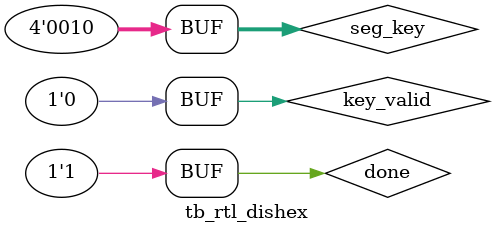
<source format=sv>
module tb_rtl_dishex ();
	logic [3:0] seg_key;
	logic done, key_valid;
	logic [6:0] hex;
	
	
	dishex dut (
	.seg_key (seg_key),
	.done (done),
	.key_valid (key_valid),
	.hex (hex)
	);
	
	initial begin
		done = 0; #10;
		done = 1; key_valid = 0; seg_key = 4'b1111; #10;
		key_valid = 1; seg_key = 4'b1111; #10;
		seg_key = 4'b0000; #10;
		seg_key = 4'b0001; #10;
		key_valid = 0; seg_key = 4'b0010; #10;
	end
	
endmodule: tb_rtl_dishex
</source>
